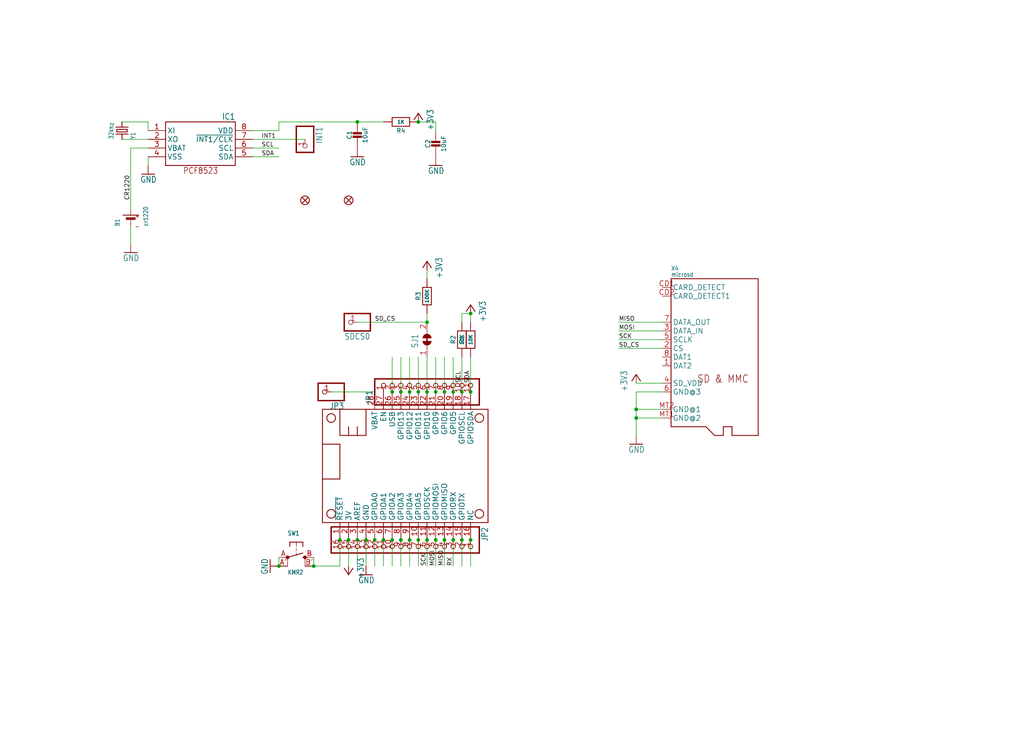
<source format=kicad_sch>
(kicad_sch (version 20250114) (generator "eeschema") (generator_version "9.0")
  (paper "User" 298.45 217.322)
  (lib_symbols
    (symbol "adalogger featherwing-eagle-import:+3V3" (power)
      (symbol "+3V3_1_0"
        (polyline (pts (xy 0 0) (xy -1.27 -1.905)) (stroke (width 0.254)))
        (polyline (pts (xy 1.27 -1.905) (xy 0 0)) (stroke (width 0.254)))
        (pin power_in line (at 0 -2.54 90) (length 2.54) (name "+3V3") (number "1"))
      )
    )
    (symbol "adalogger featherwing-eagle-import:BATTERYCR1220_2"
      (property "Reference" "B" (at -2.54 3.175 0))
      (symbol "BATTERYCR1220_2_1_0"
        (polyline (pts (xy -2.54 0) (xy -0.635 0)) (stroke (width 0.1524)))
        (polyline (pts (xy -0.508 1.27) (xy -0.254 1.27)) (stroke (width 0.254)))
        (polyline (pts (xy -0.508 -1.27) (xy -0.508 1.27)) (stroke (width 0.254)))
        (polyline (pts (xy -0.254 1.27) (xy -0.254 -1.27)) (stroke (width 0.254)))
        (polyline (pts (xy -0.254 1.27) (xy 0 1.27)) (stroke (width 0.254)))
        (polyline (pts (xy -0.254 -1.27) (xy -0.508 -1.27)) (stroke (width 0.254)))
        (polyline (pts (xy 0 1.27) (xy 0 -1.27)) (stroke (width 0.254)))
        (polyline (pts (xy 0 -1.27) (xy -0.254 -1.27)) (stroke (width 0.254)))
        (polyline (pts (xy 0.762 2.286) (xy 0.762 -2.286)) (stroke (width 0.254)))
        (polyline (pts (xy 0.889 0) (xy 2.54 0)) (stroke (width 0.1524)))
        (text "-" (at -1.778 -1.143 900) (effects (font (size 1.27 1.0795)) (justify right top)))
        (text "+" (at 1.27 -1.143 900) (effects (font (size 1.27 1.0795)) (justify right top)))
        (pin passive line (at -2.54 0 0) (length 0) (name "-") (number "-"))
        (pin passive line (at 2.54 0 180) (length 0) (name "+") (number "+"))
      )
    )
    (symbol "adalogger featherwing-eagle-import:CAP_CERAMIC0805-NOOUTLINE"
      (property "Reference" "C" (at -2.29 1.25 90))
      (symbol "CAP_CERAMIC0805-NOOUTLINE_1_0"
        (rectangle (start -1.27 1.524) (end 1.27 2.032) (fill (type outline)))
        (rectangle (start -1.27 0.508) (end 1.27 1.016) (fill (type outline)))
        (polyline (pts (xy 0 2.54) (xy 0 1.778)) (stroke (width 0.1524)))
        (polyline (pts (xy 0 0.762) (xy 0 0)) (stroke (width 0.1524)))
        (pin passive line (at 0 5.08 270) (length 2.54) (name "1") (number "1"))
        (pin passive line (at 0 -2.54 90) (length 2.54) (name "2") (number "2"))
      )
    )
    (symbol "adalogger featherwing-eagle-import:CRYSTAL8.0X3.8"
      (property "Reference" "Y" (at -2.54 2.54 0))
      (symbol "CRYSTAL8.0X3.8_1_0"
        (polyline (pts (xy -2.54 0) (xy -1.016 0)) (stroke (width 0.254)))
        (polyline (pts (xy -1.016 1.778) (xy -1.016 0)) (stroke (width 0.254)))
        (polyline (pts (xy -1.016 0) (xy -1.016 -1.778)) (stroke (width 0.254)))
        (polyline (pts (xy -0.381 1.524) (xy -0.381 -1.524)) (stroke (width 0.254)))
        (polyline (pts (xy -0.381 -1.524) (xy 0.381 -1.524)) (stroke (width 0.254)))
        (polyline (pts (xy 0.381 1.524) (xy -0.381 1.524)) (stroke (width 0.254)))
        (polyline (pts (xy 0.381 -1.524) (xy 0.381 1.524)) (stroke (width 0.254)))
        (polyline (pts (xy 1.016 1.778) (xy 1.016 0)) (stroke (width 0.254)))
        (polyline (pts (xy 1.016 0) (xy 1.016 -1.778)) (stroke (width 0.254)))
        (polyline (pts (xy 2.54 0) (xy 1.016 0)) (stroke (width 0.254)))
        (pin passive line (at -2.54 0 0) (length 0) (name "1") (number "P$1"))
        (pin passive line (at 2.54 0 180) (length 0) (name "2") (number "P$4"))
      )
    )
    (symbol "adalogger featherwing-eagle-import:FEATHERWING_NODIM"
      (symbol "FEATHERWING_NODIM_1_0"
        (polyline (pts (xy 0 33.02) (xy 0 22.86)) (stroke (width 0.254)))
        (polyline (pts (xy 0 22.86) (xy 0 12.7)) (stroke (width 0.254)))
        (polyline (pts (xy 0 22.86) (xy 5.08 22.86)) (stroke (width 0.254)))
        (polyline (pts (xy 0 12.7) (xy 0 0)) (stroke (width 0.254)))
        (polyline (pts (xy 0 0) (xy 48.26 0)) (stroke (width 0.254)))
        (circle (center 2.54 30.48) (radius 1.27) (stroke (width 0.254)))
        (circle (center 2.54 2.54) (radius 1.27) (stroke (width 0.254)))
        (polyline (pts (xy 5.08 33.02) (xy 0 33.02)) (stroke (width 0.254)))
        (polyline (pts (xy 5.08 33.02) (xy 5.08 25.4)) (stroke (width 0.254)))
        (polyline (pts (xy 5.08 25.4) (xy 7.62 25.4)) (stroke (width 0.254)))
        (polyline (pts (xy 5.08 22.86) (xy 5.08 12.7)) (stroke (width 0.254)))
        (polyline (pts (xy 5.08 12.7) (xy 0 12.7)) (stroke (width 0.254)))
        (polyline (pts (xy 7.62 27.94) (xy 7.62 25.4)) (stroke (width 0.254)))
        (polyline (pts (xy 7.62 25.4) (xy 10.16 25.4)) (stroke (width 0.254)))
        (polyline (pts (xy 10.16 27.94) (xy 10.16 25.4)) (stroke (width 0.254)))
        (polyline (pts (xy 10.16 25.4) (xy 12.7 25.4)) (stroke (width 0.254)))
        (polyline (pts (xy 12.7 33.02) (xy 5.08 33.02)) (stroke (width 0.254)))
        (polyline (pts (xy 12.7 25.4) (xy 12.7 33.02)) (stroke (width 0.254)))
        (circle (center 45.72 30.48) (radius 1.27) (stroke (width 0.254)))
        (circle (center 45.72 2.54) (radius 1.27) (stroke (width 0.254)))
        (polyline (pts (xy 48.26 33.02) (xy 12.7 33.02)) (stroke (width 0.254)))
        (polyline (pts (xy 48.26 0) (xy 48.26 33.02)) (stroke (width 0.254)))
        (pin input line (at 5.08 -5.08 90) (length 5.08) (name "~{RESET}") (number "1"))
        (pin power_in line (at 7.62 -5.08 90) (length 5.08) (name "3V") (number "2"))
        (pin passive line (at 10.16 -5.08 90) (length 5.08) (name "AREF") (number "3"))
        (pin power_in line (at 12.7 -5.08 90) (length 5.08) (name "GND") (number "4"))
        (pin power_in line (at 15.24 38.1 270) (length 5.08) (name "VBAT") (number "28"))
        (pin bidirectional line (at 15.24 -5.08 90) (length 5.08) (name "GPIOA0") (number "5"))
        (pin passive line (at 17.78 38.1 270) (length 5.08) (name "EN") (number "27"))
        (pin bidirectional line (at 17.78 -5.08 90) (length 5.08) (name "GPIOA1") (number "6"))
        (pin power_in line (at 20.32 38.1 270) (length 5.08) (name "USB") (number "26"))
        (pin bidirectional line (at 20.32 -5.08 90) (length 5.08) (name "GPIOA2") (number "7"))
        (pin bidirectional line (at 22.86 38.1 270) (length 5.08) (name "GPIO13") (number "25"))
        (pin bidirectional line (at 22.86 -5.08 90) (length 5.08) (name "GPIOA3") (number "8"))
        (pin bidirectional line (at 25.4 38.1 270) (length 5.08) (name "GPIO12") (number "24"))
        (pin bidirectional line (at 25.4 -5.08 90) (length 5.08) (name "GPIOA4") (number "9"))
        (pin bidirectional line (at 27.94 38.1 270) (length 5.08) (name "GPIO11") (number "23"))
        (pin bidirectional line (at 27.94 -5.08 90) (length 5.08) (name "GPIOA5") (number "10"))
        (pin bidirectional line (at 30.48 38.1 270) (length 5.08) (name "GPIO10") (number "22"))
        (pin bidirectional line (at 30.48 -5.08 90) (length 5.08) (name "GPIOSCK") (number "11"))
        (pin bidirectional line (at 33.02 38.1 270) (length 5.08) (name "GPIO9") (number "21"))
        (pin bidirectional line (at 33.02 -5.08 90) (length 5.08) (name "GPIOMOSI") (number "12"))
        (pin bidirectional line (at 35.56 38.1 270) (length 5.08) (name "GPIO6") (number "20"))
        (pin bidirectional line (at 35.56 -5.08 90) (length 5.08) (name "GPIOMISO") (number "13"))
        (pin bidirectional line (at 38.1 38.1 270) (length 5.08) (name "GPIO5") (number "19"))
        (pin bidirectional line (at 38.1 -5.08 90) (length 5.08) (name "GPIORX") (number "14"))
        (pin bidirectional line (at 40.64 38.1 270) (length 5.08) (name "GPIOSCL") (number "18"))
        (pin bidirectional line (at 40.64 -5.08 90) (length 5.08) (name "GPIOTX") (number "15"))
        (pin bidirectional line (at 43.18 38.1 270) (length 5.08) (name "GPIOSDA") (number "17"))
        (pin passive line (at 43.18 -5.08 90) (length 5.08) (name "NC") (number "16"))
      )
    )
    (symbol "adalogger featherwing-eagle-import:FIDUCIAL_1MM"
      (symbol "FIDUCIAL_1MM_1_0"
        (polyline (pts (xy -0.762 0.762) (xy 0.762 -0.762)) (stroke (width 0.254)))
        (circle (center 0 0) (radius 1.27) (stroke (width 0.254)))
        (polyline (pts (xy 0.762 0.762) (xy -0.762 -0.762)) (stroke (width 0.254)))
      )
    )
    (symbol "adalogger featherwing-eagle-import:GND" (power)
      (symbol "GND_1_0"
        (polyline (pts (xy -1.905 0) (xy 1.905 0)) (stroke (width 0.254)))
        (pin power_in line (at 0 2.54 270) (length 2.54) (name "GND") (number "1"))
      )
    )
    (symbol "adalogger featherwing-eagle-import:HEADER-1X11"
      (property "Reference" "JP" (at -6.35 15.875 0))
      (symbol "HEADER-1X11_1_0"
        (polyline (pts (xy -6.35 15.24) (xy -6.35 -15.24)) (stroke (width 0.4064)))
        (polyline (pts (xy -6.35 -15.24) (xy 1.27 -15.24)) (stroke (width 0.4064)))
        (polyline (pts (xy 1.27 15.24) (xy -6.35 15.24)) (stroke (width 0.4064)))
        (polyline (pts (xy 1.27 -15.24) (xy 1.27 15.24)) (stroke (width 0.4064)))
        (pin passive inverted (at -2.54 12.7 0) (length 2.54) (name "1") (number "1"))
        (pin passive inverted (at -2.54 10.16 0) (length 2.54) (name "2") (number "2"))
        (pin passive inverted (at -2.54 7.62 0) (length 2.54) (name "3") (number "3"))
        (pin passive inverted (at -2.54 5.08 0) (length 2.54) (name "4") (number "4"))
        (pin passive inverted (at -2.54 2.54 0) (length 2.54) (name "5") (number "5"))
        (pin passive inverted (at -2.54 0 0) (length 2.54) (name "6") (number "6"))
        (pin passive inverted (at -2.54 -2.54 0) (length 2.54) (name "7") (number "7"))
        (pin passive inverted (at -2.54 -5.08 0) (length 2.54) (name "8") (number "8"))
        (pin passive inverted (at -2.54 -7.62 0) (length 2.54) (name "9") (number "9"))
        (pin passive inverted (at -2.54 -10.16 0) (length 2.54) (name "10") (number "10"))
        (pin passive inverted (at -2.54 -12.7 0) (length 2.54) (name "11") (number "11"))
      )
    )
    (symbol "adalogger featherwing-eagle-import:HEADER-1X16ROUND"
      (property "Reference" "JP" (at -6.35 20.955 0))
      (symbol "HEADER-1X16ROUND_1_0"
        (polyline (pts (xy -6.35 20.32) (xy -6.35 -22.86)) (stroke (width 0.4064)))
        (polyline (pts (xy -6.35 -22.86) (xy 1.27 -22.86)) (stroke (width 0.4064)))
        (polyline (pts (xy 1.27 20.32) (xy -6.35 20.32)) (stroke (width 0.4064)))
        (polyline (pts (xy 1.27 -22.86) (xy 1.27 20.32)) (stroke (width 0.4064)))
        (pin passive inverted (at -2.54 17.78 0) (length 2.54) (name "1") (number "1"))
        (pin passive inverted (at -2.54 15.24 0) (length 2.54) (name "2") (number "2"))
        (pin passive inverted (at -2.54 12.7 0) (length 2.54) (name "3") (number "3"))
        (pin passive inverted (at -2.54 10.16 0) (length 2.54) (name "4") (number "4"))
        (pin passive inverted (at -2.54 7.62 0) (length 2.54) (name "5") (number "5"))
        (pin passive inverted (at -2.54 5.08 0) (length 2.54) (name "6") (number "6"))
        (pin passive inverted (at -2.54 2.54 0) (length 2.54) (name "7") (number "7"))
        (pin passive inverted (at -2.54 0 0) (length 2.54) (name "8") (number "8"))
        (pin passive inverted (at -2.54 -2.54 0) (length 2.54) (name "9") (number "9"))
        (pin passive inverted (at -2.54 -5.08 0) (length 2.54) (name "10") (number "10"))
        (pin passive inverted (at -2.54 -7.62 0) (length 2.54) (name "11") (number "11"))
        (pin passive inverted (at -2.54 -10.16 0) (length 2.54) (name "12") (number "12"))
        (pin passive inverted (at -2.54 -12.7 0) (length 2.54) (name "13") (number "13"))
        (pin passive inverted (at -2.54 -15.24 0) (length 2.54) (name "14") (number "14"))
        (pin passive inverted (at -2.54 -17.78 0) (length 2.54) (name "15") (number "15"))
        (pin passive inverted (at -2.54 -20.32 0) (length 2.54) (name "16") (number "16"))
      )
    )
    (symbol "adalogger featherwing-eagle-import:HEADER-1X1ROUND"
      (property "Reference" "JP" (at -6.35 3.175 0))
      (symbol "HEADER-1X1ROUND_1_0"
        (polyline (pts (xy -6.35 2.54) (xy -6.35 -2.54)) (stroke (width 0.4064)))
        (polyline (pts (xy -6.35 -2.54) (xy 1.27 -2.54)) (stroke (width 0.4064)))
        (polyline (pts (xy 1.27 2.54) (xy -6.35 2.54)) (stroke (width 0.4064)))
        (polyline (pts (xy 1.27 -2.54) (xy 1.27 2.54)) (stroke (width 0.4064)))
        (pin passive inverted (at -2.54 0 0) (length 2.54) (name "1") (number "1"))
      )
    )
    (symbol "adalogger featherwing-eagle-import:MICROSD"
      (property "Reference" "X" (at -12.7 22.606 0))
      (symbol "MICROSD_1_0"
        (polyline (pts (xy -12.7 20.32) (xy -12.7 -22.86)) (stroke (width 0.254)))
        (polyline (pts (xy -12.7 -22.86) (xy -2.54 -22.86)) (stroke (width 0.254)))
        (polyline (pts (xy -2.54 -22.86) (xy 0 -25.4)) (stroke (width 0.254)))
        (polyline (pts (xy 0 -25.4) (xy 2.54 -25.4)) (stroke (width 0.254)))
        (polyline (pts (xy 2.54 -22.86) (xy 5.08 -22.86)) (stroke (width 0.254)))
        (polyline (pts (xy 2.54 -25.4) (xy 2.54 -22.86)) (stroke (width 0.254)))
        (polyline (pts (xy 5.08 -22.86) (xy 5.08 -25.4)) (stroke (width 0.254)))
        (polyline (pts (xy 5.08 -25.4) (xy 12.7 -25.4)) (stroke (width 0.254)))
        (polyline (pts (xy 12.7 20.32) (xy -12.7 20.32)) (stroke (width 0.254)))
        (polyline (pts (xy 12.7 -25.4) (xy 12.7 20.32)) (stroke (width 0.254)))
        (text "SD & MMC" (at -5.08 -10.16 0) (effects (font (size 2.1844 1.8567)) (justify left bottom)))
        (pin passive line (at -15.24 17.78 0) (length 2.54) (name "CARD_DETECT") (number "CD1"))
        (pin passive line (at -15.24 15.24 0) (length 2.54) (name "CARD_DETECT1") (number "CD2"))
        (pin output line (at -15.24 7.62 0) (length 2.54) (name "DATA_OUT") (number "7"))
        (pin input line (at -15.24 5.08 0) (length 2.54) (name "DATA_IN") (number "3"))
        (pin input line (at -15.24 2.54 0) (length 2.54) (name "SCLK") (number "5"))
        (pin input line (at -15.24 0 0) (length 2.54) (name "CS") (number "2"))
        (pin bidirectional line (at -15.24 -2.54 0) (length 2.54) (name "DAT1") (number "8"))
        (pin bidirectional line (at -15.24 -5.08 0) (length 2.54) (name "DAT2") (number "1"))
        (pin power_in line (at -15.24 -10.16 0) (length 2.54) (name "SD_VDD") (number "4"))
        (pin power_in line (at -15.24 -12.7 0) (length 2.54) (name "GND@3") (number "6"))
        (pin power_in line (at -15.24 -17.78 0) (length 2.54) (name "GND@1") (number "MT2"))
        (pin power_in line (at -15.24 -20.32 0) (length 2.54) (name "GND@2") (number "MT1"))
      )
    )
    (symbol "adalogger featherwing-eagle-import:RESISTOR_0603_NOOUT"
      (property "Reference" "R" (at 0 2.54 0))
      (symbol "RESISTOR_0603_NOOUT_1_0"
        (polyline (pts (xy -2.54 1.27) (xy 2.54 1.27)) (stroke (width 0.254)))
        (polyline (pts (xy -2.54 -1.27) (xy -2.54 1.27)) (stroke (width 0.254)))
        (polyline (pts (xy 2.54 1.27) (xy 2.54 -1.27)) (stroke (width 0.254)))
        (polyline (pts (xy 2.54 -1.27) (xy -2.54 -1.27)) (stroke (width 0.254)))
        (pin passive line (at -5.08 0 0) (length 2.54) (name "1") (number "1"))
        (pin passive line (at 5.08 0 180) (length 2.54) (name "2") (number "2"))
      )
    )
    (symbol "adalogger featherwing-eagle-import:RTC_PCF8523T"
      (property "Reference" "IC" (at 10.16 7.62 0))
      (symbol "RTC_PCF8523T_1_0"
        (polyline (pts (xy -10.16 5.08) (xy 10.16 5.08)) (stroke (width 0.254)))
        (polyline (pts (xy -10.16 -7.62) (xy -10.16 5.08)) (stroke (width 0.254)))
        (polyline (pts (xy 10.16 5.08) (xy 10.16 -7.62)) (stroke (width 0.254)))
        (polyline (pts (xy 10.16 -7.62) (xy -10.16 -7.62)) (stroke (width 0.254)))
        (text "PCF8523" (at -5.08 -10.16 0) (effects (font (size 1.778 1.5113)) (justify left bottom)))
        (pin input line (at -15.24 2.54 0) (length 5.08) (name "XI") (number "1"))
        (pin output line (at -15.24 0 0) (length 5.08) (name "XO") (number "2"))
        (pin power_in line (at -15.24 -2.54 0) (length 5.08) (name "VBAT") (number "3"))
        (pin power_in line (at -15.24 -5.08 0) (length 5.08) (name "VSS") (number "4"))
        (pin power_in line (at 15.24 2.54 180) (length 5.08) (name "VDD") (number "8"))
        (pin output line (at 15.24 0 180) (length 5.08) (name "~{INT1/CLK}") (number "7"))
        (pin bidirectional line (at 15.24 -2.54 180) (length 5.08) (name "SCL") (number "6"))
        (pin bidirectional line (at 15.24 -5.08 180) (length 5.08) (name "SDA") (number "5"))
      )
    )
    (symbol "adalogger featherwing-eagle-import:SOLDERJUMPER_CLOSED"
      (property "Reference" "SJ" (at -2.54 2.54 0))
      (symbol "SOLDERJUMPER_CLOSED_1_0"
        (polyline (pts (xy -2.54 0) (xy -1.651 0)) (stroke (width 0.1524)))
        (polyline (pts (xy -0.635 0) (xy 0.635 0)) (stroke (width 0.4064)))
        (arc (start -0.381 -1.27) (mid -1.651 0) (end -0.381 1.27) (stroke (width 0.0001)) (fill (type outline)))
        (arc (start 0.381 1.27) (mid 1.651 0) (end 0.381 -1.27) (stroke (width 0.0001)) (fill (type outline)))
        (polyline (pts (xy 2.54 0) (xy 1.651 0)) (stroke (width 0.1524)))
        (pin passive line (at -5.08 0 0) (length 2.54) (name "1") (number "1"))
        (pin passive line (at 5.08 0 180) (length 2.54) (name "2") (number "2"))
      )
    )
    (symbol "adalogger featherwing-eagle-import:SWITCH_TACT_SMT4.6X2.8"
      (property "Reference" "SW" (at -2.54 6.35 0))
      (symbol "SWITCH_TACT_SMT4.6X2.8_1_0"
        (circle (center -2.54 0) (radius 0.127) (stroke (width 0.4064)))
        (polyline (pts (xy -2.54 0) (xy 1.905 1.27)) (stroke (width 0.254)))
        (polyline (pts (xy -2.54 -2.54) (xy -2.54 0)) (stroke (width 0.1524)))
        (polyline (pts (xy -1.905 4.445) (xy -1.905 3.175)) (stroke (width 0.254)))
        (polyline (pts (xy 0 4.445) (xy -1.905 4.445)) (stroke (width 0.254)))
        (polyline (pts (xy 0 4.445) (xy 0 3.175)) (stroke (width 0.1524)))
        (polyline (pts (xy 0 2.54) (xy 0 1.905)) (stroke (width 0.1524)))
        (polyline (pts (xy 0 1.27) (xy 0 0.635)) (stroke (width 0.1524)))
        (polyline (pts (xy 1.905 4.445) (xy 0 4.445)) (stroke (width 0.254)))
        (polyline (pts (xy 1.905 4.445) (xy 1.905 3.175)) (stroke (width 0.254)))
        (polyline (pts (xy 1.905 0) (xy 2.54 0)) (stroke (width 0.254)))
        (circle (center 2.54 0) (radius 0.127) (stroke (width 0.4064)))
        (polyline (pts (xy 2.54 -2.54) (xy 2.54 0)) (stroke (width 0.1524)))
        (pin passive line (at -5.08 0 0) (length 2.54) (name "P") (number "A"))
        (pin passive line (at -5.08 -2.54 0) (length 2.54) (name "P1") (number "A'"))
        (pin passive line (at 5.08 0 180) (length 2.54) (name "S") (number "B"))
        (pin passive line (at 5.08 -2.54 180) (length 2.54) (name "S1") (number "B'"))
      )
    )
  )
  (junction (at 116.84 114.3))
  (junction (at 132.08 114.3))
  (junction (at 116.84 157.48))
  (junction (at 101.6 157.48))
  (junction (at 99.06 157.48))
  (junction (at 119.38 114.3))
  (junction (at 137.16 157.48))
  (junction (at 106.68 157.48))
  (junction (at 185.42 119.38))
  (junction (at 124.46 114.3))
  (junction (at 111.76 157.48))
  (junction (at 104.14 157.48))
  (junction (at 114.3 114.3))
  (junction (at 104.14 35.56))
  (junction (at 129.54 157.48))
  (junction (at 129.54 114.3))
  (junction (at 124.46 157.48))
  (junction (at 121.92 35.56))
  (junction (at 119.38 157.48))
  (junction (at 127 157.48))
  (junction (at 124.46 93.98))
  (junction (at 109.22 157.48))
  (junction (at 121.92 114.3))
  (junction (at 127 114.3))
  (junction (at 132.08 157.48))
  (junction (at 137.16 114.3))
  (junction (at 134.62 157.48))
  (junction (at 81.28 165.1))
  (junction (at 121.92 157.48))
  (junction (at 134.62 114.3))
  (junction (at 114.3 157.48))
  (junction (at 185.42 121.92))
  (junction (at 91.44 165.1))
  (junction (at 137.16 91.44))
  (wire (pts (xy 43.18 43.18) (xy 38.1 43.18)) (stroke (width 0.1524)))
  (wire (pts (xy 99.06 165.1) (xy 99.06 157.48)) (stroke (width 0.1524)))
  (wire (pts (xy 137.16 165.1) (xy 137.16 157.48)) (stroke (width 0.1524)))
  (wire (pts (xy 35.56 35.56) (xy 43.18 35.56)) (stroke (width 0.1524)))
  (wire (pts (xy 81.28 38.1) (xy 81.28 35.56)) (stroke (width 0.1524)))
  (wire (pts (xy 81.28 38.1) (xy 73.66 38.1)) (stroke (width 0.1524)))
  (wire (pts (xy 38.1 43.18) (xy 38.1 60.96)) (stroke (width 0.1524)))
  (wire (pts (xy 127 165.1) (xy 127 157.48)) (stroke (width 0.1524)))
  (wire (pts (xy 124.46 165.1) (xy 124.46 157.48)) (stroke (width 0.1524)))
  (wire (pts (xy 127 35.56) (xy 127 38.1)) (stroke (width 0.1524)))
  (wire (pts (xy 180.34 96.52) (xy 193.04 96.52)) (stroke (width 0.1524)))
  (wire (pts (xy 116.84 165.1) (xy 116.84 157.48)) (stroke (width 0.1524)))
  (wire (pts (xy 185.42 114.3) (xy 185.42 119.38)) (stroke (width 0.1524)))
  (wire (pts (xy 132.08 104.14) (xy 132.08 114.3)) (stroke (width 0.1524)))
  (wire (pts (xy 111.76 165.1) (xy 111.76 157.48)) (stroke (width 0.1524)))
  (wire (pts (xy 43.18 48.26) (xy 43.18 45.72)) (stroke (width 0.1524)))
  (wire (pts (xy 185.42 111.76) (xy 193.04 111.76)) (stroke (width 0.1524)))
  (wire (pts (xy 134.62 91.44) (xy 134.62 93.98)) (stroke (width 0.1524)))
  (wire (pts (xy 114.3 165.1) (xy 114.3 157.48)) (stroke (width 0.1524)))
  (wire (pts (xy 119.38 104.14) (xy 119.38 114.3)) (stroke (width 0.1524)))
  (wire (pts (xy 114.3 104.14) (xy 114.3 114.3)) (stroke (width 0.1524)))
  (wire (pts (xy 119.38 165.1) (xy 119.38 157.48)) (stroke (width 0.1524)))
  (wire (pts (xy 134.62 104.14) (xy 134.62 114.3)) (stroke (width 0.1524)))
  (wire (pts (xy 43.18 35.56) (xy 43.18 38.1)) (stroke (width 0.1524)))
  (wire (pts (xy 185.42 121.92) (xy 185.42 127)) (stroke (width 0.1524)))
  (wire (pts (xy 104.14 93.98) (xy 124.46 93.98)) (stroke (width 0.1524)))
  (wire (pts (xy 137.16 91.44) (xy 137.16 93.98)) (stroke (width 0.1524)))
  (wire (pts (xy 121.92 104.14) (xy 121.92 114.3)) (stroke (width 0.1524)))
  (wire (pts (xy 91.44 162.56) (xy 91.44 165.1)) (stroke (width 0.1524)))
  (wire (pts (xy 193.04 99.06) (xy 180.34 99.06)) (stroke (width 0.1524)))
  (wire (pts (xy 43.18 40.64) (xy 35.56 40.64)) (stroke (width 0.1524)))
  (wire (pts (xy 73.66 40.64) (xy 88.9 40.64)) (stroke (width 0.1524)))
  (wire (pts (xy 124.46 104.14) (xy 124.46 114.3)) (stroke (width 0.1524)))
  (wire (pts (xy 134.62 165.1) (xy 134.62 157.48)) (stroke (width 0.1524)))
  (wire (pts (xy 193.04 121.92) (xy 185.42 121.92)) (stroke (width 0.1524)))
  (wire (pts (xy 104.14 165.1) (xy 104.14 157.48)) (stroke (width 0.1524)))
  (wire (pts (xy 81.28 162.56) (xy 81.28 165.1)) (stroke (width 0.1524)))
  (wire (pts (xy 180.34 101.6) (xy 193.04 101.6)) (stroke (width 0.1524)))
  (wire (pts (xy 121.92 165.1) (xy 121.92 157.48)) (stroke (width 0.1524)))
  (wire (pts (xy 124.46 91.44) (xy 124.46 93.98)) (stroke (width 0.1524)))
  (wire (pts (xy 106.68 165.1) (xy 106.68 157.48)) (stroke (width 0.1524)))
  (wire (pts (xy 129.54 165.1) (xy 129.54 157.48)) (stroke (width 0.1524)))
  (wire (pts (xy 81.28 35.56) (xy 104.14 35.56)) (stroke (width 0.1524)))
  (wire (pts (xy 101.6 165.1) (xy 101.6 157.48)) (stroke (width 0.1524)))
  (wire (pts (xy 132.08 165.1) (xy 132.08 157.48)) (stroke (width 0.1524)))
  (wire (pts (xy 124.46 78.74) (xy 124.46 81.28)) (stroke (width 0.1524)))
  (wire (pts (xy 91.44 165.1) (xy 99.06 165.1)) (stroke (width 0.1524)))
  (wire (pts (xy 185.42 119.38) (xy 185.42 121.92)) (stroke (width 0.1524)))
  (wire (pts (xy 121.92 35.56) (xy 127 35.56)) (stroke (width 0.1524)))
  (wire (pts (xy 127 104.14) (xy 127 114.3)) (stroke (width 0.1524)))
  (wire (pts (xy 137.16 104.14) (xy 137.16 114.3)) (stroke (width 0.1524)))
  (wire (pts (xy 193.04 114.3) (xy 185.42 114.3)) (stroke (width 0.1524)))
  (wire (pts (xy 129.54 104.14) (xy 129.54 114.3)) (stroke (width 0.1524)))
  (wire (pts (xy 109.22 165.1) (xy 109.22 157.48)) (stroke (width 0.1524)))
  (wire (pts (xy 111.76 35.56) (xy 104.14 35.56)) (stroke (width 0.1524)))
  (wire (pts (xy 193.04 119.38) (xy 185.42 119.38)) (stroke (width 0.1524)))
  (wire (pts (xy 96.52 114.3) (xy 109.22 114.3)) (stroke (width 0.1524)))
  (wire (pts (xy 38.1 71.12) (xy 38.1 66.04)) (stroke (width 0.1524)))
  (wire (pts (xy 116.84 104.14) (xy 116.84 114.3)) (stroke (width 0.1524)))
  (wire (pts (xy 73.66 43.18) (xy 81.28 43.18)) (stroke (width 0.1524)))
  (wire (pts (xy 137.16 91.44) (xy 134.62 91.44)) (stroke (width 0.1524)))
  (wire (pts (xy 193.04 93.98) (xy 180.34 93.98)) (stroke (width 0.1524)))
  (wire (pts (xy 81.28 45.72) (xy 73.66 45.72)) (stroke (width 0.1524)))
  (label "SDA" (at 76.2 45.72 0) (effects (font (size 1.2446 1.2446))))
  (label "CR1220" (at 38.1 58.42 90) (effects (font (size 1.2446 1.2446))))
  (label "MISO" (at 129.54 165.1 90) (effects (font (size 1.2446 1.2446))))
  (label "INT1" (at 76.2 40.64 0) (effects (font (size 1.2446 1.2446))))
  (label "RX" (at 132.08 165.1 90) (effects (font (size 1.2446 1.2446))))
  (label "SCK" (at 180.34 99.06 0) (effects (font (size 1.2446 1.2446))))
  (label "SD_CS" (at 109.22 93.98 0) (effects (font (size 1.2446 1.2446))))
  (label "SCL" (at 76.2 43.18 0) (effects (font (size 1.2446 1.2446))))
  (label "MOSI" (at 127 165.1 90) (effects (font (size 1.2446 1.2446))))
  (label "SCL" (at 134.62 111.76 90) (effects (font (size 1.2446 1.2446))))
  (label "SD_CS" (at 180.34 101.6 0) (effects (font (size 1.2446 1.2446))))
  (label "SDA" (at 137.16 111.76 90) (effects (font (size 1.2446 1.2446))))
  (label "SCK" (at 124.46 165.1 90) (effects (font (size 1.2446 1.2446))))
  (label "MISO" (at 180.34 93.98 0) (effects (font (size 1.2446 1.2446))))
  (label "MOSI" (at 180.34 96.52 0) (effects (font (size 1.2446 1.2446))))
  (symbol (lib_id "adalogger featherwing-eagle-import:CRYSTAL8.0X3.8") (at 35.56 38.1 270) (mirror x) (unit 1)
    (property "Reference" "Y1" (at 38.1 40.64 0) (effects (font (size 1.27 1.0795)) (justify left bottom)))
    (property "Value" "32khz" (at 31.75 40.64 0) (effects (font (size 1.27 1.0795)) (justify left bottom)))
    (property "Footprint" "adalogger featherwing:CRYSTAL_8X3.8" (effects (hide yes)))
  )
  (symbol (lib_id "adalogger featherwing-eagle-import:FIDUCIAL_1MM") (at 101.6 58.42 0) (unit 1)
    (property "Reference" "FID2" (effects (hide yes)))
    (property "Value" "FIDUCIAL_1MM" (effects (hide yes)))
    (property "Footprint" "adalogger featherwing:FIDUCIAL_1MM" (effects (hide yes)))
  )
  (symbol (lib_id "adalogger featherwing-eagle-import:FEATHERWING_NODIM") (at 93.98 152.4 0) (unit 1)
    (property "Reference" "MS1" (effects (hide yes)))
    (property "Value" "FEATHERWING_NODIM" (effects (hide yes)))
    (property "Footprint" "adalogger featherwing:FEATHERWING_NODIM" (effects (hide yes)))
  )
  (symbol (lib_id "adalogger featherwing-eagle-import:GND") (at 106.68 167.64 0) (mirror y) (unit 1)
    (property "Reference" "#GND1" (effects (hide yes)))
    (property "Value" "GND" (at 109.22 170.18 0) (effects (font (size 1.778 1.5113)) (justify left bottom)))
  )
  (symbol (lib_id "adalogger featherwing-eagle-import:SOLDERJUMPER_CLOSED") (at 124.46 99.06 90) (unit 1)
    (property "Reference" "SJ1" (at 121.92 101.6 0) (effects (font (size 1.778 1.5113)) (justify left bottom)))
    (property "Value" "SOLDERJUMPER_CLOSED" (effects (hide yes)))
    (property "Footprint" "adalogger featherwing:SOLDERJUMPER_CLOSEDWIRE" (effects (hide yes)))
  )
  (symbol (lib_id "adalogger featherwing-eagle-import:GND") (at 43.18 50.8 0) (mirror y) (unit 1)
    (property "Reference" "#GND3" (effects (hide yes)))
    (property "Value" "GND" (at 45.72 53.34 0) (effects (font (size 1.778 1.5113)) (justify left bottom)))
  )
  (symbol (lib_id "adalogger featherwing-eagle-import:HEADER-1X1ROUND") (at 101.6 93.98 180) (unit 1)
    (property "Reference" "SDCS0" (at 107.95 97.155 0) (effects (font (size 1.778 1.5113)) (justify left bottom)))
    (property "Value" "HEADER-1X1ROUND" (effects (hide yes)))
    (property "Footprint" "adalogger featherwing:1X01_ROUND" (effects (hide yes)))
  )
  (symbol (lib_id "adalogger featherwing-eagle-import:HEADER-1X1ROUND") (at 88.9 43.18 270) (unit 1)
    (property "Reference" "INT1" (at 92.075 36.83 0) (effects (font (size 1.778 1.5113)) (justify left bottom)))
    (property "Value" "HEADER-1X1ROUND" (effects (hide yes)))
    (property "Footprint" "adalogger featherwing:1X01_ROUND" (effects (hide yes)))
  )
  (symbol (lib_id "adalogger featherwing-eagle-import:RESISTOR_0603_NOOUT") (at 137.16 99.06 90) (unit 1)
    (property "Reference" "R1" (at 134.62 99.06 0))
    (property "Value" "10K" (at 137.16 99.06 0) (effects (font (size 1.016 1.016) (thickness 0.2032) (bold yes))))
    (property "Footprint" "adalogger featherwing:0603-NO" (effects (hide yes)))
  )
  (symbol (lib_id "adalogger featherwing-eagle-import:CAP_CERAMIC0805-NOOUTLINE") (at 127 43.18 0) (unit 1)
    (property "Reference" "C2" (at 124.71 41.93 90))
    (property "Value" "10uF" (at 129.3 41.93 90))
    (property "Footprint" "adalogger featherwing:0805-NO" (effects (hide yes)))
  )
  (symbol (lib_id "adalogger featherwing-eagle-import:GND") (at 185.42 129.54 0) (mirror y) (unit 1)
    (property "Reference" "#GND8" (effects (hide yes)))
    (property "Value" "GND" (at 187.96 132.08 0) (effects (font (size 1.778 1.5113)) (justify left bottom)))
  )
  (symbol (lib_id "adalogger featherwing-eagle-import:GND") (at 78.74 165.1 270) (mirror x) (unit 1)
    (property "Reference" "#GND2" (effects (hide yes)))
    (property "Value" "GND" (at 76.2 167.64 0) (effects (font (size 1.778 1.5113)) (justify left bottom)))
  )
  (symbol (lib_id "adalogger featherwing-eagle-import:+3V3") (at 101.6 167.64 180) (unit 1)
    (property "Reference" "#+3V1" (effects (hide yes)))
    (property "Value" "+3V3" (at 104.14 162.56 90) (effects (font (size 1.778 1.5113)) (justify left bottom)))
  )
  (symbol (lib_id "adalogger featherwing-eagle-import:GND") (at 127 48.26 0) (mirror y) (unit 1)
    (property "Reference" "#GND6" (effects (hide yes)))
    (property "Value" "GND" (at 129.54 50.8 0) (effects (font (size 1.778 1.5113)) (justify left bottom)))
  )
  (symbol (lib_id "adalogger featherwing-eagle-import:+3V3") (at 185.42 109.22 0) (unit 1)
    (property "Reference" "#+3V5" (effects (hide yes)))
    (property "Value" "+3V3" (at 182.88 114.3 90) (effects (font (size 1.778 1.5113)) (justify left bottom)))
  )
  (symbol (lib_id "adalogger featherwing-eagle-import:MICROSD") (at 208.28 101.6 0) (unit 1)
    (property "Reference" "X4" (at 195.58 78.994 0) (effects (font (size 1.27 1.0795)) (justify left bottom)))
    (property "Value" "microsd" (at 195.58 80.772 0) (effects (font (size 1.27 1.0795)) (justify left bottom)))
    (property "Footprint" "adalogger featherwing:MICROSD" (effects (hide yes)))
  )
  (symbol (lib_id "adalogger featherwing-eagle-import:HEADER-1X11") (at 124.46 111.76 90) (unit 1)
    (property "Reference" "JP1" (at 108.585 118.11 0) (effects (font (size 1.778 1.5113)) (justify left bottom)))
    (property "Value" "HEADER-1X11" (effects (hide yes)))
    (property "Footprint" "adalogger featherwing:1X11_ROUND" (effects (hide yes)))
  )
  (symbol (lib_id "adalogger featherwing-eagle-import:RESISTOR_0603_NOOUT") (at 116.84 35.56 180) (unit 1)
    (property "Reference" "R4" (at 116.84 38.1 0))
    (property "Value" "1K" (at 116.84 35.56 0) (effects (font (size 1.016 1.016) (thickness 0.2032) (bold yes))))
    (property "Footprint" "adalogger featherwing:0603-NO" (effects (hide yes)))
  )
  (symbol (lib_id "adalogger featherwing-eagle-import:+3V3") (at 121.92 33.02 0) (mirror y) (unit 1)
    (property "Reference" "#+3V2" (effects (hide yes)))
    (property "Value" "+3V3" (at 124.46 38.1 90) (effects (font (size 1.778 1.5113)) (justify left bottom)))
  )
  (symbol (lib_id "adalogger featherwing-eagle-import:+3V3") (at 124.46 76.2 0) (mirror y) (unit 1)
    (property "Reference" "#+3V4" (effects (hide yes)))
    (property "Value" "+3V3" (at 127 81.28 90) (effects (font (size 1.778 1.5113)) (justify left bottom)))
  )
  (symbol (lib_id "adalogger featherwing-eagle-import:CAP_CERAMIC0805-NOOUTLINE") (at 104.14 40.64 0) (unit 1)
    (property "Reference" "C1" (at 101.85 39.39 90))
    (property "Value" "10uF" (at 106.44 39.39 90))
    (property "Footprint" "adalogger featherwing:0805-NO" (effects (hide yes)))
  )
  (symbol (lib_id "adalogger featherwing-eagle-import:RTC_PCF8523T") (at 58.42 40.64 0) (unit 1)
    (property "Reference" "IC1" (at 68.58 33.02 0) (effects (font (size 1.778 1.5113)) (justify right top)))
    (property "Value" "PCF8523T" (effects (hide yes)))
    (property "Footprint" "adalogger featherwing:SOIC8_150MIL" (effects (hide yes)))
  )
  (symbol (lib_id "adalogger featherwing-eagle-import:GND") (at 104.14 45.72 0) (mirror y) (unit 1)
    (property "Reference" "#GND5" (effects (hide yes)))
    (property "Value" "GND" (at 106.68 48.26 0) (effects (font (size 1.778 1.5113)) (justify left bottom)))
  )
  (symbol (lib_id "adalogger featherwing-eagle-import:GND") (at 38.1 73.66 0) (mirror y) (unit 1)
    (property "Reference" "#GND4" (effects (hide yes)))
    (property "Value" "GND" (at 40.64 76.2 0) (effects (font (size 1.778 1.5113)) (justify left bottom)))
  )
  (symbol (lib_id "adalogger featherwing-eagle-import:RESISTOR_0603_NOOUT") (at 134.62 99.06 90) (unit 1)
    (property "Reference" "R2" (at 132.08 99.06 0))
    (property "Value" "10K" (at 134.62 99.06 0) (effects (font (size 1.016 1.016) (thickness 0.2032) (bold yes))))
    (property "Footprint" "adalogger featherwing:0603-NO" (effects (hide yes)))
  )
  (symbol (lib_id "adalogger featherwing-eagle-import:FIDUCIAL_1MM") (at 88.9 58.42 0) (unit 1)
    (property "Reference" "FID1" (effects (hide yes)))
    (property "Value" "FIDUCIAL_1MM" (effects (hide yes)))
    (property "Footprint" "adalogger featherwing:FIDUCIAL_1MM" (effects (hide yes)))
  )
  (symbol (lib_id "adalogger featherwing-eagle-import:BATTERYCR1220_2") (at 38.1 63.5 90) (unit 1)
    (property "Reference" "B1" (at 34.925 66.04 0) (effects (font (size 1.27 1.0795)) (justify left bottom)))
    (property "Value" "cr1220" (at 43.18 66.04 0) (effects (font (size 1.27 1.0795)) (justify left bottom)))
    (property "Footprint" "adalogger featherwing:CR1220-2" (effects (hide yes)))
  )
  (symbol (lib_id "adalogger featherwing-eagle-import:RESISTOR_0603_NOOUT") (at 124.46 86.36 90) (unit 1)
    (property "Reference" "R3" (at 121.92 86.36 0))
    (property "Value" "100K" (at 124.46 86.36 0) (effects (font (size 1.016 1.016) (thickness 0.2032) (bold yes))))
    (property "Footprint" "adalogger featherwing:0603-NO" (effects (hide yes)))
  )
  (symbol (lib_id "adalogger featherwing-eagle-import:+3V3") (at 137.16 88.9 0) (mirror y) (unit 1)
    (property "Reference" "#+3V3" (effects (hide yes)))
    (property "Value" "+3V3" (at 139.7 93.98 90) (effects (font (size 1.778 1.5113)) (justify left bottom)))
  )
  (symbol (lib_id "adalogger featherwing-eagle-import:HEADER-1X1ROUND") (at 93.98 114.3 180) (unit 1)
    (property "Reference" "JP3" (at 100.33 117.475 0) (effects (font (size 1.778 1.5113)) (justify left bottom)))
    (property "Value" "HEADER-1X1ROUND" (effects (hide yes)))
    (property "Footprint" "adalogger featherwing:1X01_ROUND" (effects (hide yes)))
  )
  (symbol (lib_id "adalogger featherwing-eagle-import:SWITCH_TACT_SMT4.6X2.8") (at 86.36 162.56 0) (unit 1)
    (property "Reference" "SW1" (at 83.82 156.21 0) (effects (font (size 1.27 1.0795)) (justify left bottom)))
    (property "Value" "KMR2" (at 83.82 167.64 0) (effects (font (size 1.27 1.0795)) (justify left bottom)))
    (property "Footprint" "adalogger featherwing:BTN_KMR2_4.6X2.8" (effects (hide yes)))
  )
  (symbol (lib_id "adalogger featherwing-eagle-import:HEADER-1X16ROUND") (at 119.38 160.02 270) (unit 1)
    (property "Reference" "JP2" (at 140.335 153.67 0) (effects (font (size 1.778 1.5113)) (justify left bottom)))
    (property "Value" "HEADER-1X16ROUND" (effects (hide yes)))
    (property "Footprint" "adalogger featherwing:1X16_ROUND" (effects (hide yes)))
  )
)
</source>
